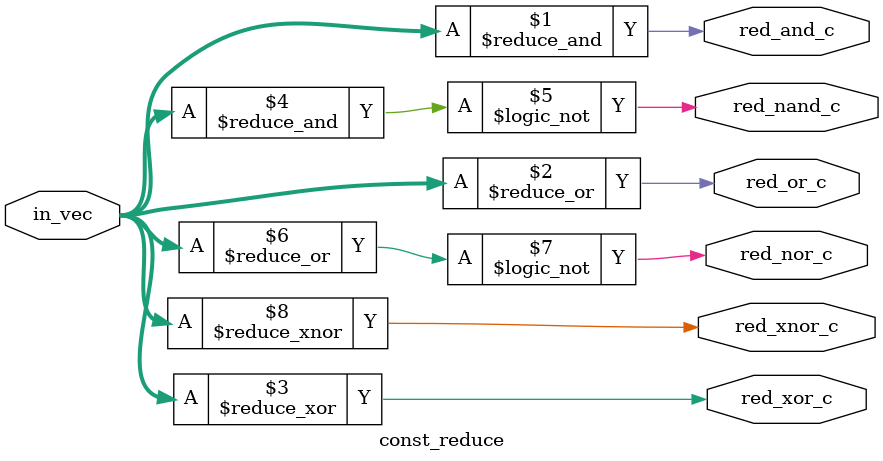
<source format=sv>


module const_reduce (
    input  wire [3:0] in_vec,
    output wire       red_and_c,
    output wire       red_or_c,
    output wire       red_xor_c,
    output wire       red_nand_c,
    output wire       red_nor_c,
    output wire       red_xnor_c
);
    assign red_and_c  = &in_vec;     // reduction AND
    assign red_or_c   = |in_vec;     // reduction OR
    assign red_xor_c  = ^in_vec;     // reduction XOR
    assign red_nand_c = ~&in_vec;    // reduction NAND
    assign red_nor_c  = ~|in_vec;    // reduction NOR
    assign red_xnor_c = ~^in_vec;    // reduction XNOR
endmodule

</source>
